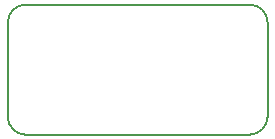
<source format=gbr>
G04 #@! TF.GenerationSoftware,KiCad,Pcbnew,5.1.9*
G04 #@! TF.CreationDate,2021-01-09T08:42:39+01:00*
G04 #@! TF.ProjectId,CH330,43483333-302e-46b6-9963-61645f706362,rev?*
G04 #@! TF.SameCoordinates,Original*
G04 #@! TF.FileFunction,Profile,NP*
%FSLAX46Y46*%
G04 Gerber Fmt 4.6, Leading zero omitted, Abs format (unit mm)*
G04 Created by KiCad (PCBNEW 5.1.9) date 2021-01-09 08:42:39*
%MOMM*%
%LPD*%
G01*
G04 APERTURE LIST*
G04 #@! TA.AperFunction,Profile*
%ADD10C,0.200000*%
G04 #@! TD*
G04 APERTURE END LIST*
D10*
X197500000Y-74500000D02*
G75*
G02*
X199000000Y-76000000I0J-1500000D01*
G01*
X199000000Y-84000000D02*
G75*
G02*
X197500000Y-85500000I-1500000J0D01*
G01*
X178500000Y-85500000D02*
G75*
G02*
X177000000Y-84000000I0J1500000D01*
G01*
X177000000Y-76000000D02*
G75*
G02*
X178500000Y-74500000I1500000J0D01*
G01*
X199000000Y-76000000D02*
X199000000Y-84000000D01*
X178500000Y-74500000D02*
X197500000Y-74500000D01*
X177000000Y-84000000D02*
X177000000Y-76000000D01*
X197500000Y-85500000D02*
X178500000Y-85500000D01*
M02*

</source>
